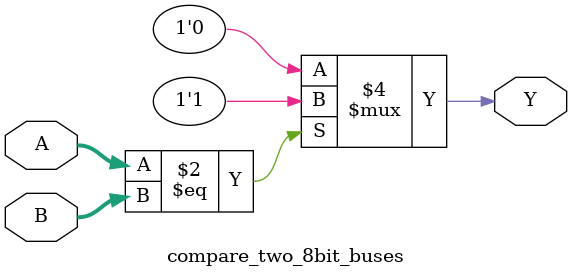
<source format=v>
`timescale 1ns / 1ps

module compare_two_8bit_buses(

    input [7:0] A,
    input [7:0] B,
    output reg Y);
	
    always @(*)
        if(A == B)
	    Y = 1;
	else
	    Y = 0;	
endmodule

</source>
